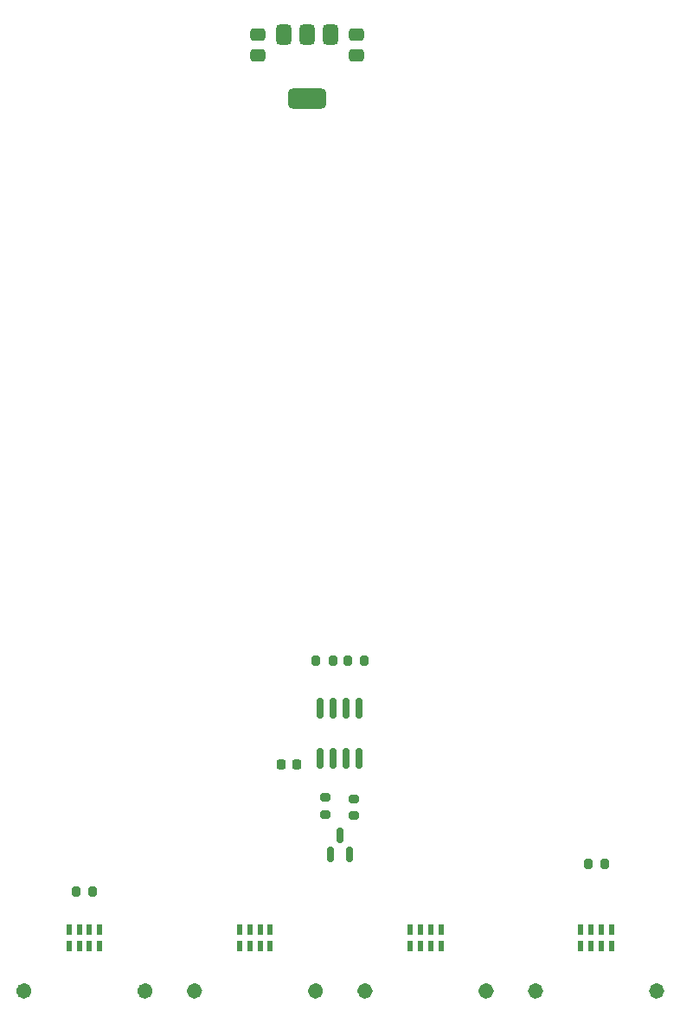
<source format=gbr>
%TF.GenerationSoftware,KiCad,Pcbnew,9.0.6-9.0.6~ubuntu24.04.1*%
%TF.CreationDate,2025-11-24T18:38:17+01:00*%
%TF.ProjectId,COM_BOARD,434f4d5f-424f-4415-9244-2e6b69636164,rev?*%
%TF.SameCoordinates,Original*%
%TF.FileFunction,Paste,Bot*%
%TF.FilePolarity,Positive*%
%FSLAX46Y46*%
G04 Gerber Fmt 4.6, Leading zero omitted, Abs format (unit mm)*
G04 Created by KiCad (PCBNEW 9.0.6-9.0.6~ubuntu24.04.1) date 2025-11-24 18:38:17*
%MOMM*%
%LPD*%
G01*
G04 APERTURE LIST*
G04 Aperture macros list*
%AMRoundRect*
0 Rectangle with rounded corners*
0 $1 Rounding radius*
0 $2 $3 $4 $5 $6 $7 $8 $9 X,Y pos of 4 corners*
0 Add a 4 corners polygon primitive as box body*
4,1,4,$2,$3,$4,$5,$6,$7,$8,$9,$2,$3,0*
0 Add four circle primitives for the rounded corners*
1,1,$1+$1,$2,$3*
1,1,$1+$1,$4,$5*
1,1,$1+$1,$6,$7*
1,1,$1+$1,$8,$9*
0 Add four rect primitives between the rounded corners*
20,1,$1+$1,$2,$3,$4,$5,0*
20,1,$1+$1,$4,$5,$6,$7,0*
20,1,$1+$1,$6,$7,$8,$9,0*
20,1,$1+$1,$8,$9,$2,$3,0*%
G04 Aperture macros list end*
%ADD10C,0.750000*%
%ADD11RoundRect,0.200000X0.200000X0.275000X-0.200000X0.275000X-0.200000X-0.275000X0.200000X-0.275000X0*%
%ADD12RoundRect,0.200000X-0.200000X-0.275000X0.200000X-0.275000X0.200000X0.275000X-0.200000X0.275000X0*%
%ADD13R,0.600000X1.050000*%
%ADD14RoundRect,0.250000X-0.475000X0.337500X-0.475000X-0.337500X0.475000X-0.337500X0.475000X0.337500X0*%
%ADD15RoundRect,0.200000X-0.275000X0.200000X-0.275000X-0.200000X0.275000X-0.200000X0.275000X0.200000X0*%
%ADD16RoundRect,0.150000X-0.150000X0.825000X-0.150000X-0.825000X0.150000X-0.825000X0.150000X0.825000X0*%
%ADD17RoundRect,0.375000X-0.375000X0.625000X-0.375000X-0.625000X0.375000X-0.625000X0.375000X0.625000X0*%
%ADD18RoundRect,0.500000X-1.400000X0.500000X-1.400000X-0.500000X1.400000X-0.500000X1.400000X0.500000X0*%
%ADD19RoundRect,0.150000X0.150000X-0.587500X0.150000X0.587500X-0.150000X0.587500X-0.150000X-0.587500X0*%
%ADD20RoundRect,0.225000X0.225000X0.250000X-0.225000X0.250000X-0.225000X-0.250000X0.225000X-0.250000X0*%
G04 APERTURE END LIST*
D10*
%TO.C,J4*%
X162480000Y-152048332D02*
G75*
G02*
X161730000Y-152048332I-375000J0D01*
G01*
X161730000Y-152048332D02*
G75*
G02*
X162480000Y-152048332I375000J0D01*
G01*
X174330000Y-152048332D02*
G75*
G02*
X173580000Y-152048332I-375000J0D01*
G01*
X173580000Y-152048332D02*
G75*
G02*
X174330000Y-152048332I375000J0D01*
G01*
%TO.C,J1*%
X212555000Y-152048332D02*
G75*
G02*
X211805000Y-152048332I-375000J0D01*
G01*
X211805000Y-152048332D02*
G75*
G02*
X212555000Y-152048332I375000J0D01*
G01*
X224405000Y-152048332D02*
G75*
G02*
X223655000Y-152048332I-375000J0D01*
G01*
X223655000Y-152048332D02*
G75*
G02*
X224405000Y-152048332I375000J0D01*
G01*
%TO.C,J2*%
X195863333Y-152048333D02*
G75*
G02*
X195113333Y-152048333I-375000J0D01*
G01*
X195113333Y-152048333D02*
G75*
G02*
X195863333Y-152048333I375000J0D01*
G01*
X207713333Y-152048333D02*
G75*
G02*
X206963333Y-152048333I-375000J0D01*
G01*
X206963333Y-152048333D02*
G75*
G02*
X207713333Y-152048333I375000J0D01*
G01*
%TO.C,J3*%
X179171667Y-152048332D02*
G75*
G02*
X178421667Y-152048332I-375000J0D01*
G01*
X178421667Y-152048332D02*
G75*
G02*
X179171667Y-152048332I375000J0D01*
G01*
X191021667Y-152048332D02*
G75*
G02*
X190271667Y-152048332I-375000J0D01*
G01*
X190271667Y-152048332D02*
G75*
G02*
X191021667Y-152048332I375000J0D01*
G01*
%TD*%
D11*
%TO.C,R1_Term1*%
X168855000Y-142340000D03*
X167205000Y-142340000D03*
%TD*%
D12*
%TO.C,R2_Term1*%
X217305000Y-139640000D03*
X218955000Y-139640000D03*
%TD*%
D11*
%TO.C,R34*%
X192325000Y-119700000D03*
X190675000Y-119700000D03*
%TD*%
D12*
%TO.C,R35*%
X193775000Y-119700000D03*
X195425000Y-119700000D03*
%TD*%
D13*
%TO.C,J4*%
X166530000Y-146073332D03*
X166530000Y-147623332D03*
X167530000Y-146073332D03*
X167530000Y-147623332D03*
X168530000Y-146073332D03*
X168530000Y-147623332D03*
X169530000Y-146073332D03*
X169530000Y-147623332D03*
%TD*%
%TO.C,J1*%
X216605000Y-146073332D03*
X216605000Y-147623332D03*
X217605000Y-146073332D03*
X217605000Y-147623332D03*
X218605000Y-146073332D03*
X218605000Y-147623332D03*
X219605000Y-146073332D03*
X219605000Y-147623332D03*
%TD*%
%TO.C,J2*%
X199913333Y-146073333D03*
X199913333Y-147623333D03*
X200913333Y-146073333D03*
X200913333Y-147623333D03*
X201913333Y-146073333D03*
X201913333Y-147623333D03*
X202913333Y-146073333D03*
X202913333Y-147623333D03*
%TD*%
D14*
%TO.C,C19*%
X185030001Y-58402499D03*
X185030001Y-60477499D03*
%TD*%
D15*
%TO.C,R36*%
X191630000Y-133115000D03*
X191630000Y-134765000D03*
%TD*%
D14*
%TO.C,C20*%
X194630000Y-58402499D03*
X194630000Y-60477499D03*
%TD*%
D16*
%TO.C,U1*%
X191125000Y-124364999D03*
X192395000Y-124364999D03*
X193665000Y-124364999D03*
X194935000Y-124364999D03*
X194935000Y-129314999D03*
X193665000Y-129314999D03*
X192395000Y-129314999D03*
X191125000Y-129314999D03*
%TD*%
D17*
%TO.C,J10*%
X187530000Y-58389999D03*
X189830000Y-58390000D03*
X192130000Y-58389999D03*
D18*
X189830000Y-64689998D03*
%TD*%
D13*
%TO.C,J3*%
X183221667Y-146073332D03*
X183221667Y-147623332D03*
X184221667Y-146073332D03*
X184221667Y-147623332D03*
X185221667Y-146073332D03*
X185221667Y-147623332D03*
X186221667Y-146073332D03*
X186221667Y-147623332D03*
%TD*%
D19*
%TO.C,D2*%
X193980000Y-138677500D03*
X192080000Y-138677500D03*
X193030000Y-136802499D03*
%TD*%
D15*
%TO.C,R37*%
X194430000Y-133214999D03*
X194430000Y-134864999D03*
%TD*%
D20*
%TO.C,C30*%
X188805000Y-129839999D03*
X187255000Y-129839999D03*
%TD*%
M02*

</source>
